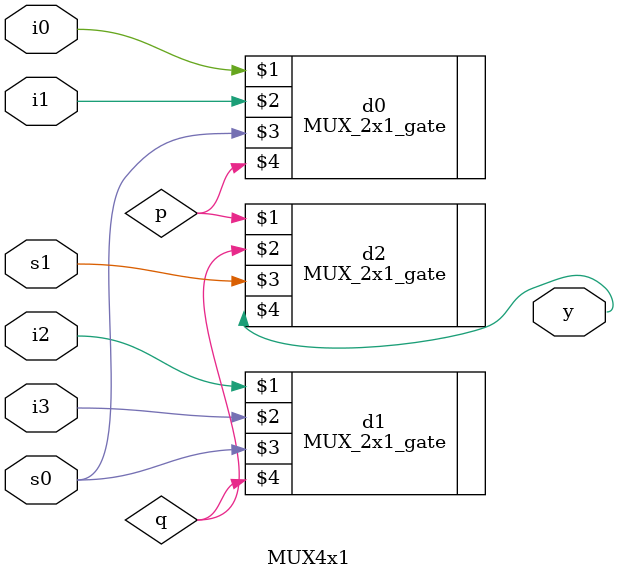
<source format=v>
`timescale 1ns / 1ps


module MUX4x1(
    input i0,
    input i1,
    input i2,
    input i3,
    input s1,
    input s0,
    output y
    );
    wire p,q;
    MUX_2x1_gate d0 (i0, i1, s0, p);
    MUX_2x1_gate d1 (i2, i3, s0, q);
    MUX_2x1_gate d2 (p, q, s1, y);
        
endmodule

</source>
